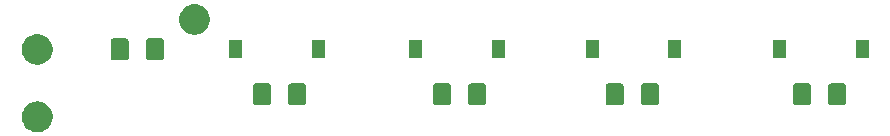
<source format=gbr>
G04 #@! TF.GenerationSoftware,KiCad,Pcbnew,5.1.4*
G04 #@! TF.CreationDate,2019-11-17T16:06:47-07:00*
G04 #@! TF.ProjectId,Prototype-PCB,50726f74-6f74-4797-9065-2d5043422e6b,rev?*
G04 #@! TF.SameCoordinates,Original*
G04 #@! TF.FileFunction,Soldermask,Top*
G04 #@! TF.FilePolarity,Negative*
%FSLAX46Y46*%
G04 Gerber Fmt 4.6, Leading zero omitted, Abs format (unit mm)*
G04 Created by KiCad (PCBNEW 5.1.4) date 2019-11-17 16:06:47*
%MOMM*%
%LPD*%
G04 APERTURE LIST*
%ADD10C,0.100000*%
G04 APERTURE END LIST*
D10*
G36*
X95461836Y-104761179D02*
G01*
X95629338Y-104794497D01*
X95866009Y-104892530D01*
X96079008Y-105034851D01*
X96260149Y-105215992D01*
X96402470Y-105428991D01*
X96500503Y-105665662D01*
X96550480Y-105916915D01*
X96550480Y-106173085D01*
X96500503Y-106424338D01*
X96402470Y-106661009D01*
X96260149Y-106874008D01*
X96079008Y-107055149D01*
X95866009Y-107197470D01*
X95629338Y-107295503D01*
X95461836Y-107328821D01*
X95378086Y-107345480D01*
X95121914Y-107345480D01*
X95038164Y-107328821D01*
X94870662Y-107295503D01*
X94633991Y-107197470D01*
X94420992Y-107055149D01*
X94239851Y-106874008D01*
X94097530Y-106661009D01*
X93999497Y-106424338D01*
X93949520Y-106173085D01*
X93949520Y-105916915D01*
X93999497Y-105665662D01*
X94097530Y-105428991D01*
X94239851Y-105215992D01*
X94420992Y-105034851D01*
X94633991Y-104892530D01*
X94870662Y-104794497D01*
X95038164Y-104761179D01*
X95121914Y-104744520D01*
X95378086Y-104744520D01*
X95461836Y-104761179D01*
X95461836Y-104761179D01*
G37*
G36*
X163569061Y-103218956D02*
G01*
X163613112Y-103232319D01*
X163653704Y-103254016D01*
X163689284Y-103283216D01*
X163718484Y-103318796D01*
X163740181Y-103359388D01*
X163753544Y-103403439D01*
X163758300Y-103451728D01*
X163758300Y-104828272D01*
X163753544Y-104876561D01*
X163740181Y-104920612D01*
X163718484Y-104961204D01*
X163689284Y-104996784D01*
X163653704Y-105025984D01*
X163613112Y-105047681D01*
X163569061Y-105061044D01*
X163520772Y-105065800D01*
X162469228Y-105065800D01*
X162420939Y-105061044D01*
X162376888Y-105047681D01*
X162336296Y-105025984D01*
X162300716Y-104996784D01*
X162271516Y-104961204D01*
X162249819Y-104920612D01*
X162236456Y-104876561D01*
X162231700Y-104828272D01*
X162231700Y-103451728D01*
X162236456Y-103403439D01*
X162249819Y-103359388D01*
X162271516Y-103318796D01*
X162300716Y-103283216D01*
X162336296Y-103254016D01*
X162376888Y-103232319D01*
X162420939Y-103218956D01*
X162469228Y-103214200D01*
X163520772Y-103214200D01*
X163569061Y-103218956D01*
X163569061Y-103218956D01*
G37*
G36*
X160594061Y-103218956D02*
G01*
X160638112Y-103232319D01*
X160678704Y-103254016D01*
X160714284Y-103283216D01*
X160743484Y-103318796D01*
X160765181Y-103359388D01*
X160778544Y-103403439D01*
X160783300Y-103451728D01*
X160783300Y-104828272D01*
X160778544Y-104876561D01*
X160765181Y-104920612D01*
X160743484Y-104961204D01*
X160714284Y-104996784D01*
X160678704Y-105025984D01*
X160638112Y-105047681D01*
X160594061Y-105061044D01*
X160545772Y-105065800D01*
X159494228Y-105065800D01*
X159445939Y-105061044D01*
X159401888Y-105047681D01*
X159361296Y-105025984D01*
X159325716Y-104996784D01*
X159296516Y-104961204D01*
X159274819Y-104920612D01*
X159261456Y-104876561D01*
X159256700Y-104828272D01*
X159256700Y-103451728D01*
X159261456Y-103403439D01*
X159274819Y-103359388D01*
X159296516Y-103318796D01*
X159325716Y-103283216D01*
X159361296Y-103254016D01*
X159401888Y-103232319D01*
X159445939Y-103218956D01*
X159494228Y-103214200D01*
X160545772Y-103214200D01*
X160594061Y-103218956D01*
X160594061Y-103218956D01*
G37*
G36*
X147694061Y-103218956D02*
G01*
X147738112Y-103232319D01*
X147778704Y-103254016D01*
X147814284Y-103283216D01*
X147843484Y-103318796D01*
X147865181Y-103359388D01*
X147878544Y-103403439D01*
X147883300Y-103451728D01*
X147883300Y-104828272D01*
X147878544Y-104876561D01*
X147865181Y-104920612D01*
X147843484Y-104961204D01*
X147814284Y-104996784D01*
X147778704Y-105025984D01*
X147738112Y-105047681D01*
X147694061Y-105061044D01*
X147645772Y-105065800D01*
X146594228Y-105065800D01*
X146545939Y-105061044D01*
X146501888Y-105047681D01*
X146461296Y-105025984D01*
X146425716Y-104996784D01*
X146396516Y-104961204D01*
X146374819Y-104920612D01*
X146361456Y-104876561D01*
X146356700Y-104828272D01*
X146356700Y-103451728D01*
X146361456Y-103403439D01*
X146374819Y-103359388D01*
X146396516Y-103318796D01*
X146425716Y-103283216D01*
X146461296Y-103254016D01*
X146501888Y-103232319D01*
X146545939Y-103218956D01*
X146594228Y-103214200D01*
X147645772Y-103214200D01*
X147694061Y-103218956D01*
X147694061Y-103218956D01*
G37*
G36*
X144719061Y-103218956D02*
G01*
X144763112Y-103232319D01*
X144803704Y-103254016D01*
X144839284Y-103283216D01*
X144868484Y-103318796D01*
X144890181Y-103359388D01*
X144903544Y-103403439D01*
X144908300Y-103451728D01*
X144908300Y-104828272D01*
X144903544Y-104876561D01*
X144890181Y-104920612D01*
X144868484Y-104961204D01*
X144839284Y-104996784D01*
X144803704Y-105025984D01*
X144763112Y-105047681D01*
X144719061Y-105061044D01*
X144670772Y-105065800D01*
X143619228Y-105065800D01*
X143570939Y-105061044D01*
X143526888Y-105047681D01*
X143486296Y-105025984D01*
X143450716Y-104996784D01*
X143421516Y-104961204D01*
X143399819Y-104920612D01*
X143386456Y-104876561D01*
X143381700Y-104828272D01*
X143381700Y-103451728D01*
X143386456Y-103403439D01*
X143399819Y-103359388D01*
X143421516Y-103318796D01*
X143450716Y-103283216D01*
X143486296Y-103254016D01*
X143526888Y-103232319D01*
X143570939Y-103218956D01*
X143619228Y-103214200D01*
X144670772Y-103214200D01*
X144719061Y-103218956D01*
X144719061Y-103218956D01*
G37*
G36*
X130114061Y-103218956D02*
G01*
X130158112Y-103232319D01*
X130198704Y-103254016D01*
X130234284Y-103283216D01*
X130263484Y-103318796D01*
X130285181Y-103359388D01*
X130298544Y-103403439D01*
X130303300Y-103451728D01*
X130303300Y-104828272D01*
X130298544Y-104876561D01*
X130285181Y-104920612D01*
X130263484Y-104961204D01*
X130234284Y-104996784D01*
X130198704Y-105025984D01*
X130158112Y-105047681D01*
X130114061Y-105061044D01*
X130065772Y-105065800D01*
X129014228Y-105065800D01*
X128965939Y-105061044D01*
X128921888Y-105047681D01*
X128881296Y-105025984D01*
X128845716Y-104996784D01*
X128816516Y-104961204D01*
X128794819Y-104920612D01*
X128781456Y-104876561D01*
X128776700Y-104828272D01*
X128776700Y-103451728D01*
X128781456Y-103403439D01*
X128794819Y-103359388D01*
X128816516Y-103318796D01*
X128845716Y-103283216D01*
X128881296Y-103254016D01*
X128921888Y-103232319D01*
X128965939Y-103218956D01*
X129014228Y-103214200D01*
X130065772Y-103214200D01*
X130114061Y-103218956D01*
X130114061Y-103218956D01*
G37*
G36*
X133089061Y-103218956D02*
G01*
X133133112Y-103232319D01*
X133173704Y-103254016D01*
X133209284Y-103283216D01*
X133238484Y-103318796D01*
X133260181Y-103359388D01*
X133273544Y-103403439D01*
X133278300Y-103451728D01*
X133278300Y-104828272D01*
X133273544Y-104876561D01*
X133260181Y-104920612D01*
X133238484Y-104961204D01*
X133209284Y-104996784D01*
X133173704Y-105025984D01*
X133133112Y-105047681D01*
X133089061Y-105061044D01*
X133040772Y-105065800D01*
X131989228Y-105065800D01*
X131940939Y-105061044D01*
X131896888Y-105047681D01*
X131856296Y-105025984D01*
X131820716Y-104996784D01*
X131791516Y-104961204D01*
X131769819Y-104920612D01*
X131756456Y-104876561D01*
X131751700Y-104828272D01*
X131751700Y-103451728D01*
X131756456Y-103403439D01*
X131769819Y-103359388D01*
X131791516Y-103318796D01*
X131820716Y-103283216D01*
X131856296Y-103254016D01*
X131896888Y-103232319D01*
X131940939Y-103218956D01*
X131989228Y-103214200D01*
X133040772Y-103214200D01*
X133089061Y-103218956D01*
X133089061Y-103218956D01*
G37*
G36*
X117849061Y-103218956D02*
G01*
X117893112Y-103232319D01*
X117933704Y-103254016D01*
X117969284Y-103283216D01*
X117998484Y-103318796D01*
X118020181Y-103359388D01*
X118033544Y-103403439D01*
X118038300Y-103451728D01*
X118038300Y-104828272D01*
X118033544Y-104876561D01*
X118020181Y-104920612D01*
X117998484Y-104961204D01*
X117969284Y-104996784D01*
X117933704Y-105025984D01*
X117893112Y-105047681D01*
X117849061Y-105061044D01*
X117800772Y-105065800D01*
X116749228Y-105065800D01*
X116700939Y-105061044D01*
X116656888Y-105047681D01*
X116616296Y-105025984D01*
X116580716Y-104996784D01*
X116551516Y-104961204D01*
X116529819Y-104920612D01*
X116516456Y-104876561D01*
X116511700Y-104828272D01*
X116511700Y-103451728D01*
X116516456Y-103403439D01*
X116529819Y-103359388D01*
X116551516Y-103318796D01*
X116580716Y-103283216D01*
X116616296Y-103254016D01*
X116656888Y-103232319D01*
X116700939Y-103218956D01*
X116749228Y-103214200D01*
X117800772Y-103214200D01*
X117849061Y-103218956D01*
X117849061Y-103218956D01*
G37*
G36*
X114874061Y-103218956D02*
G01*
X114918112Y-103232319D01*
X114958704Y-103254016D01*
X114994284Y-103283216D01*
X115023484Y-103318796D01*
X115045181Y-103359388D01*
X115058544Y-103403439D01*
X115063300Y-103451728D01*
X115063300Y-104828272D01*
X115058544Y-104876561D01*
X115045181Y-104920612D01*
X115023484Y-104961204D01*
X114994284Y-104996784D01*
X114958704Y-105025984D01*
X114918112Y-105047681D01*
X114874061Y-105061044D01*
X114825772Y-105065800D01*
X113774228Y-105065800D01*
X113725939Y-105061044D01*
X113681888Y-105047681D01*
X113641296Y-105025984D01*
X113605716Y-104996784D01*
X113576516Y-104961204D01*
X113554819Y-104920612D01*
X113541456Y-104876561D01*
X113536700Y-104828272D01*
X113536700Y-103451728D01*
X113541456Y-103403439D01*
X113554819Y-103359388D01*
X113576516Y-103318796D01*
X113605716Y-103283216D01*
X113641296Y-103254016D01*
X113681888Y-103232319D01*
X113725939Y-103218956D01*
X113774228Y-103214200D01*
X114825772Y-103214200D01*
X114874061Y-103218956D01*
X114874061Y-103218956D01*
G37*
G36*
X95433301Y-99040503D02*
G01*
X95629338Y-99079497D01*
X95866009Y-99177530D01*
X96079008Y-99319851D01*
X96260149Y-99500992D01*
X96402470Y-99713991D01*
X96500503Y-99950662D01*
X96550480Y-100201915D01*
X96550480Y-100458085D01*
X96500503Y-100709338D01*
X96402470Y-100946009D01*
X96260149Y-101159008D01*
X96079008Y-101340149D01*
X95866009Y-101482470D01*
X95629338Y-101580503D01*
X95461836Y-101613821D01*
X95378086Y-101630480D01*
X95121914Y-101630480D01*
X95038164Y-101613821D01*
X94870662Y-101580503D01*
X94633991Y-101482470D01*
X94420992Y-101340149D01*
X94239851Y-101159008D01*
X94097530Y-100946009D01*
X93999497Y-100709338D01*
X93949520Y-100458085D01*
X93949520Y-100201915D01*
X93999497Y-99950662D01*
X94097530Y-99713991D01*
X94239851Y-99500992D01*
X94420992Y-99319851D01*
X94633991Y-99177530D01*
X94870662Y-99079497D01*
X95066699Y-99040503D01*
X95121914Y-99029520D01*
X95378086Y-99029520D01*
X95433301Y-99040503D01*
X95433301Y-99040503D01*
G37*
G36*
X105784061Y-99408956D02*
G01*
X105828112Y-99422319D01*
X105868704Y-99444016D01*
X105904284Y-99473216D01*
X105933484Y-99508796D01*
X105955181Y-99549388D01*
X105968544Y-99593439D01*
X105973300Y-99641728D01*
X105973300Y-101018272D01*
X105968544Y-101066561D01*
X105955181Y-101110612D01*
X105933484Y-101151204D01*
X105904284Y-101186784D01*
X105868704Y-101215984D01*
X105828112Y-101237681D01*
X105784061Y-101251044D01*
X105735772Y-101255800D01*
X104684228Y-101255800D01*
X104635939Y-101251044D01*
X104591888Y-101237681D01*
X104551296Y-101215984D01*
X104515716Y-101186784D01*
X104486516Y-101151204D01*
X104464819Y-101110612D01*
X104451456Y-101066561D01*
X104446700Y-101018272D01*
X104446700Y-99641728D01*
X104451456Y-99593439D01*
X104464819Y-99549388D01*
X104486516Y-99508796D01*
X104515716Y-99473216D01*
X104551296Y-99444016D01*
X104591888Y-99422319D01*
X104635939Y-99408956D01*
X104684228Y-99404200D01*
X105735772Y-99404200D01*
X105784061Y-99408956D01*
X105784061Y-99408956D01*
G37*
G36*
X102809061Y-99408956D02*
G01*
X102853112Y-99422319D01*
X102893704Y-99444016D01*
X102929284Y-99473216D01*
X102958484Y-99508796D01*
X102980181Y-99549388D01*
X102993544Y-99593439D01*
X102998300Y-99641728D01*
X102998300Y-101018272D01*
X102993544Y-101066561D01*
X102980181Y-101110612D01*
X102958484Y-101151204D01*
X102929284Y-101186784D01*
X102893704Y-101215984D01*
X102853112Y-101237681D01*
X102809061Y-101251044D01*
X102760772Y-101255800D01*
X101709228Y-101255800D01*
X101660939Y-101251044D01*
X101616888Y-101237681D01*
X101576296Y-101215984D01*
X101540716Y-101186784D01*
X101511516Y-101151204D01*
X101489819Y-101110612D01*
X101476456Y-101066561D01*
X101471700Y-101018272D01*
X101471700Y-99641728D01*
X101476456Y-99593439D01*
X101489819Y-99549388D01*
X101511516Y-99508796D01*
X101540716Y-99473216D01*
X101576296Y-99444016D01*
X101616888Y-99422319D01*
X101660939Y-99408956D01*
X101709228Y-99404200D01*
X102760772Y-99404200D01*
X102809061Y-99408956D01*
X102809061Y-99408956D01*
G37*
G36*
X119620800Y-101080800D02*
G01*
X118519200Y-101080800D01*
X118519200Y-99579200D01*
X119620800Y-99579200D01*
X119620800Y-101080800D01*
X119620800Y-101080800D01*
G37*
G36*
X112620800Y-101080800D02*
G01*
X111519200Y-101080800D01*
X111519200Y-99579200D01*
X112620800Y-99579200D01*
X112620800Y-101080800D01*
X112620800Y-101080800D01*
G37*
G36*
X127860800Y-101080800D02*
G01*
X126759200Y-101080800D01*
X126759200Y-99579200D01*
X127860800Y-99579200D01*
X127860800Y-101080800D01*
X127860800Y-101080800D01*
G37*
G36*
X134860800Y-101080800D02*
G01*
X133759200Y-101080800D01*
X133759200Y-99579200D01*
X134860800Y-99579200D01*
X134860800Y-101080800D01*
X134860800Y-101080800D01*
G37*
G36*
X149790800Y-101080800D02*
G01*
X148689200Y-101080800D01*
X148689200Y-99579200D01*
X149790800Y-99579200D01*
X149790800Y-101080800D01*
X149790800Y-101080800D01*
G37*
G36*
X142790800Y-101080800D02*
G01*
X141689200Y-101080800D01*
X141689200Y-99579200D01*
X142790800Y-99579200D01*
X142790800Y-101080800D01*
X142790800Y-101080800D01*
G37*
G36*
X158650800Y-101080800D02*
G01*
X157549200Y-101080800D01*
X157549200Y-99579200D01*
X158650800Y-99579200D01*
X158650800Y-101080800D01*
X158650800Y-101080800D01*
G37*
G36*
X165650800Y-101080800D02*
G01*
X164549200Y-101080800D01*
X164549200Y-99579200D01*
X165650800Y-99579200D01*
X165650800Y-101080800D01*
X165650800Y-101080800D01*
G37*
G36*
X108796836Y-96506179D02*
G01*
X108964338Y-96539497D01*
X109201009Y-96637530D01*
X109414008Y-96779851D01*
X109595149Y-96960992D01*
X109737470Y-97173991D01*
X109835503Y-97410662D01*
X109885480Y-97661915D01*
X109885480Y-97918085D01*
X109835503Y-98169338D01*
X109737470Y-98406009D01*
X109595149Y-98619008D01*
X109414008Y-98800149D01*
X109201009Y-98942470D01*
X108964338Y-99040503D01*
X108796836Y-99073821D01*
X108713086Y-99090480D01*
X108456914Y-99090480D01*
X108373164Y-99073821D01*
X108205662Y-99040503D01*
X107968991Y-98942470D01*
X107755992Y-98800149D01*
X107574851Y-98619008D01*
X107432530Y-98406009D01*
X107334497Y-98169338D01*
X107284520Y-97918085D01*
X107284520Y-97661915D01*
X107334497Y-97410662D01*
X107432530Y-97173991D01*
X107574851Y-96960992D01*
X107755992Y-96779851D01*
X107968991Y-96637530D01*
X108205662Y-96539497D01*
X108373164Y-96506179D01*
X108456914Y-96489520D01*
X108713086Y-96489520D01*
X108796836Y-96506179D01*
X108796836Y-96506179D01*
G37*
M02*

</source>
